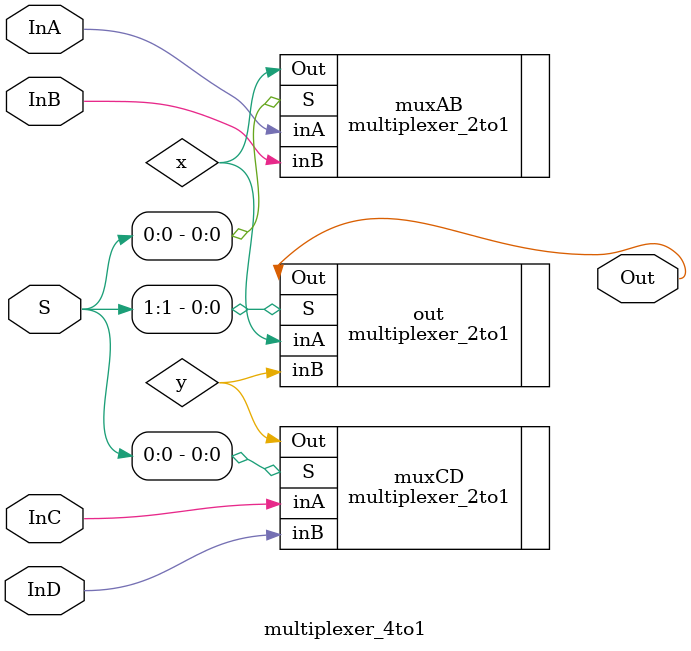
<source format=v>
module multiplexer_4to1 (InA, InB, InC, InD, S, Out);
	input InA, InB, InC, InD;
	input [1:0] S;
	output Out;
	wire x;
	wire y;

	multiplexer_2to1 muxAB(.inA(InA), .inB(InB), .S(S[0]), .Out(x));
	multiplexer_2to1 muxCD(.inA(InC), .inB(InD), .S(S[0]), .Out(y));
	multiplexer_2to1 out(.inA(x), .inB(y), .S(S[1]), .Out(Out));

	
/*
	assign A = multiplexer_2to1(InA, InB, S[0]);
	assign B = multiplexer_2to1(InC, InD, S[0]);
	assign Out = multiplexer_2to1(A, B, S[1]);
*/	
endmodule

</source>
